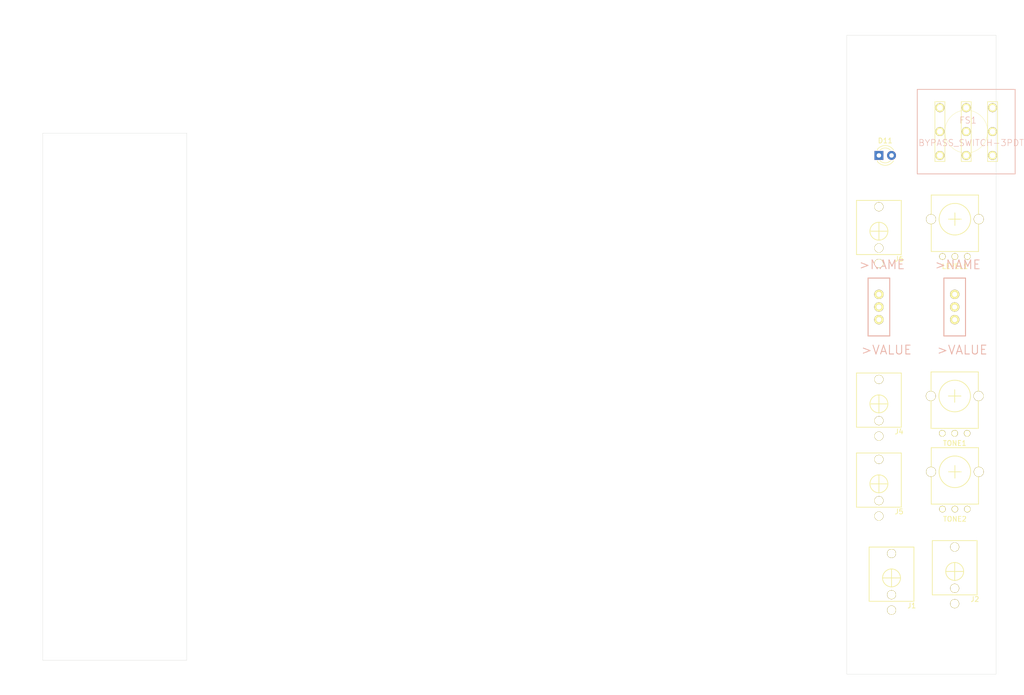
<source format=kicad_pcb>
(kicad_pcb (version 20221018) (generator pcbnew)
  (layers (0 "F.Cu" signal) (31 "B.Cu" signal) (35 "F.Paste" user) (36 "B.SilkS" user "B.Silkscreen") (37 "F.SilkS" user "F.Silkscreen") (38 "B.Mask" user) (39 "F.Mask" user) (44 "Edge.Cuts" user))
  (net 0 "")
  (net 1 "GND")
  (net 2 "Net-(D1-A)")
  (net 3 "Net-(C1-Pad1)")
  (net 5 "Net-(C7-Pad2)")
  (net 7 "Net-(J4-PadT)")
  (net 9 "VB")
  (net 10 "Net-(C6-Pad1)")
  (net 11 "Net-(LEVEL1-Pad3)")
  (net 12 "Net-(R13-Pad2)")
  (net 13 "Net-(U1B--)")
  (net 14 "Net-(C4-Pad2)")
  (net 15 "Net-(U1B-+)")
  (net 16 "Net-(D11-K)")
  (net 17 "Net-(D11-A)")
  (net 18 "FROM INPUT JACK")
  (net 19 "TO PCB IN")
  (net 20 "Net-(FS1A-S)")
  (net 21 "FROM PCB OUT")
  (net 22 "TO OUTPUT JACK")
  (footprint "eurocad:PJ301M-12_T_S" (layer "F.Cu") (at 218.44 114.3)
    (fp_text reference "J5" (at 4.064 5.588) (layer "F.SilkS"))
    (fp_text value "CV IN TONE2")
    (fp_line (start -4.5 -6.2) (end -4.5 4.7) (stroke (width 0.15)) (layer "F.SilkS"))
    (fp_line (start -4.5 -6.2) (end 4.5 -6.2) (stroke (width 0.15)) (layer "F.SilkS"))
    (fp_line (start -4.5 4.7) (end 4.5 4.7) (stroke (width 0.15)) (layer "F.SilkS"))
    (fp_line (start -1.8 0) (end 1.8 0) (stroke (width 0.15)) (layer "F.SilkS"))
    (fp_line (start 0 -1.8) (end 0 1.8) (stroke (width 0.15)) (layer "F.SilkS"))
    (fp_line (start 4.5 -6.2) (end 4.5 4.7) (stroke (width 0.15)) (layer "F.SilkS"))
    (fp_circle (center 0 0) (end 1.8 0) (stroke (width 0.15)) (fill none) (layer "F.SilkS"))
    (pad "S" thru_hole circle (at 0 6.48) (size 1.8 1.8) (drill 1.6) (layers "*.Cu" "*.Mask" "F.SilkS"))
    (pad "T" thru_hole circle (at 0 -4.92) (size 1.8 1.8) (drill 1.6) (layers "*.Cu" "*.Mask" "F.SilkS"))
    (pad "TN" thru_hole circle (at 0 3.38) (size 1.8 1.8) (drill 1.6) (layers "*.Cu" "*.Mask" "F.SilkS"))
  )
  (footprint "eurocad:Alpha9mmPot" (layer "F.Cu") (at 233.72 111.88)
    (fp_text reference "TONE2" (at 0 9.5) (layer "F.SilkS"))
    (fp_text value "20K")
    (fp_line (start -4.75 -4.85) (end -4.75 6.5) (stroke (width 0.15)) (layer "F.SilkS"))
    (fp_line (start -4.75 -4.85) (end 4.75 -4.85) (stroke (width 0.15)) (layer "F.SilkS"))
    (fp_line (start -4.75 6.5) (end 4.75 6.5) (stroke (width 0.15)) (layer "F.SilkS"))
    (fp_line (start -1.27 0) (end 1.27 0) (stroke (width 0.15)) (layer "F.SilkS"))
    (fp_line (start 0 -1.27) (end 0 1.27) (stroke (width 0.15)) (layer "F.SilkS"))
    (fp_line (start 4.75 -4.85) (end 4.75 6.5) (stroke (width 0.15)) (layer "F.SilkS"))
    (fp_circle (center 0 0) (end 3.175 0) (stroke (width 0.15)) (fill none) (layer "F.SilkS"))
    (pad "" thru_hole circle (at -4.8 0) (size 2 2) (drill 1.8) (layers "*.Cu" "*.Mask" "F.SilkS"))
    (pad "" thru_hole circle (at 4.8 0) (size 2 2) (drill 1.8) (layers "*.Cu" "*.Mask" "F.SilkS"))
    (pad "1" thru_hole circle (at -2.5 7.5) (size 1.3 1.3) (drill 1) (layers "*.Cu" "*.Mask" "F.SilkS") (net 13 "Net-(U1B--)"))
    (pad "2" thru_hole circle (at 0 7.5) (size 1.3 1.3) (drill 1) (layers "*.Cu" "*.Mask" "F.SilkS") (net 14 "Net-(C4-Pad2)"))
    (pad "3" thru_hole circle (at 2.5 7.5) (size 1.3 1.3) (drill 1) (layers "*.Cu" "*.Mask" "F.SilkS") (net 15 "Net-(U1B-+)"))
  )
  (footprint "SparkFun-Electromechanical:SWITCH-SPDT" (layer "F.Cu") (at 233.68 78.74)
    (fp_text reference ">NAME" (at 0.635 -8.509) (layer "B.SilkS") (effects (font (size 1.778 1.778) (thickness 0.1778))))
    (fp_text value ">VALUE" (at 1.524 8.636) (layer "B.SilkS") (effects (font (size 1.778 1.778) (thickness 0.1778))))
    (fp_line (start -2.17424 -5.81406) (end -2.17424 5.81406) (stroke (width 0.2032)) (layer "B.SilkS"))
    (fp_line (start -2.17424 5.81406) (end 2.17424 5.81406) (stroke (width 0.2032)) (layer "B.SilkS"))
    (fp_line (start 2.17424 -5.81406) (end -2.17424 -5.81406) (stroke (width 0.2032)) (layer "B.SilkS"))
    (fp_line (start 2.17424 5.81406) (end 2.17424 -5.81406) (stroke (width 0.2032)) (layer "B.SilkS"))
    (pad "1" thru_hole circle (at 0 -2.54) (size 1.8796 1.8796) (drill 1.016) (layers "*.Cu" "F.Paste" "F.SilkS" "F.Mask"))
    (pad "2" thru_hole circle (at 0 0) (size 1.8796 1.8796) (drill 1.016) (layers "*.Cu" "F.Paste" "F.SilkS" "F.Mask"))
    (pad "3" thru_hole circle (at 0 2.54) (size 1.8796 1.8796) (drill 1.016) (layers "*.Cu" "F.Paste" "F.SilkS" "F.Mask"))
  )
  (footprint "Library:Eurorack_Panel_ScrewHole_Oval" (layer "F.Cu") (at 216.840004 27.080534)
    (fp_text reference "REF**" hide)
    (fp_text value "Eurorack_Panel_ScrewHole_Oval" hide)
    (pad "" np_thru_hole oval locked (at 0 0) (size 5.2 3.2) (drill oval 5.2 3.2) (layers "F&B.Cu" "*.Mask"))
  )
  (footprint "eurocad:PJ301M-12_T_S" (layer "F.Cu") (at 218.44 98.22)
    (fp_text reference "J4" (at 4.064 5.588) (layer "F.SilkS"))
    (fp_text value "CV IN TONE1")
    (fp_line (start -4.5 -6.2) (end -4.5 4.7) (stroke (width 0.15)) (layer "F.SilkS"))
    (fp_line (start -4.5 -6.2) (end 4.5 -6.2) (stroke (width 0.15)) (layer "F.SilkS"))
    (fp_line (start -4.5 4.7) (end 4.5 4.7) (stroke (width 0.15)) (layer "F.SilkS"))
    (fp_line (start -1.8 0) (end 1.8 0) (stroke (width 0.15)) (layer "F.SilkS"))
    (fp_line (start 0 -1.8) (end 0 1.8) (stroke (width 0.15)) (layer "F.SilkS"))
    (fp_line (start 4.5 -6.2) (end 4.5 4.7) (stroke (width 0.15)) (layer "F.SilkS"))
    (fp_circle (center 0 0) (end 1.8 0) (stroke (width 0.15)) (fill none) (layer "F.SilkS"))
    (pad "S" thru_hole circle (at 0 6.48) (size 1.8 1.8) (drill 1.6) (layers "*.Cu" "*.Mask" "F.SilkS") (net 1 "GND"))
    (pad "T" thru_hole circle (at 0 -4.92) (size 1.8 1.8) (drill 1.6) (layers "*.Cu" "*.Mask" "F.SilkS") (net 7 "Net-(J4-PadT)"))
    (pad "TN" thru_hole circle (at 0 3.38) (size 1.8 1.8) (drill 1.6) (layers "*.Cu" "*.Mask" "F.SilkS"))
  )
  (footprint "eurocad:Alpha9mmPot" (layer "F.Cu") (at 233.72 61.08)
    (fp_text reference "LEVEL1" (at 0 9.5) (layer "F.SilkS"))
    (fp_text value "100K")
    (fp_line (start -4.75 -4.85) (end -4.75 6.5) (stroke (width 0.15)) (layer "F.SilkS"))
    (fp_line (start -4.75 -4.85) (end 4.75 -4.85) (stroke (width 0.15)) (layer "F.SilkS"))
    (fp_line (start -4.75 6.5) (end 4.75 6.5) (stroke (width 0.15)) (layer "F.SilkS"))
    (fp_line (start -1.27 0) (end 1.27 0) (stroke (width 0.15)) (layer "F.SilkS"))
    (fp_line (start 0 -1.27) (end 0 1.27) (stroke (width 0.15)) (layer "F.SilkS"))
    (fp_line (start 4.75 -4.85) (end 4.75 6.5) (stroke (width 0.15)) (layer "F.SilkS"))
    (fp_circle (center 0 0) (end 3.175 0) (stroke (width 0.15)) (fill none) (layer "F.SilkS"))
    (pad "" thru_hole circle (at -4.8 0) (size 2 2) (drill 1.8) (layers "*.Cu" "*.Mask" "F.SilkS"))
    (pad "" thru_hole circle (at 4.8 0) (size 2 2) (drill 1.8) (layers "*.Cu" "*.Mask" "F.SilkS"))
    (pad "1" thru_hole circle (at -2.5 7.5) (size 1.3 1.3) (drill 1) (layers "*.Cu" "*.Mask" "F.SilkS") (net 9 "VB"))
    (pad "2" thru_hole circle (at 0 7.5) (size 1.3 1.3) (drill 1) (layers "*.Cu" "*.Mask" "F.SilkS") (net 10 "Net-(C6-Pad1)"))
    (pad "3" thru_hole circle (at 2.5 7.5) (size 1.3 1.3) (drill 1) (layers "*.Cu" "*.Mask" "F.SilkS") (net 11 "Net-(LEVEL1-Pad3)"))
  )
  (footprint "LED_THT:LED_D3.0mm" (layer "F.Cu") (at 218.44 48.26)
    (fp_text reference "D11" (at 1.27 -2.96) (layer "F.SilkS"))
    (fp_text value "LED")
    (fp_line (start -0.29 -1.236) (end -0.29 -1.08) (stroke (width 0.12)) (layer "F.SilkS"))
    (fp_line (start -0.29 1.08) (end -0.29 1.236) (stroke (width 0.12)) (layer "F.SilkS"))
    (fp_arc (start -0.29 -1.235516) (mid 1.366487 -1.987659) (end 2.942335 -1.078608) (stroke (width 0.12)) (layer "F.SilkS"))
    (fp_arc (start 0.229039 -1.08) (mid 1.270117 -1.5) (end 2.31113 -1.079837) (stroke (width 0.12)) (layer "F.SilkS"))
    (fp_arc (start 2.31113 1.079837) (mid 1.270117 1.5) (end 0.229039 1.08) (stroke (width 0.12)) (layer "F.SilkS"))
    (fp_arc (start 2.942335 1.078608) (mid 1.366487 1.987659) (end -0.29 1.235516) (stroke (width 0.12)) (layer "F.SilkS"))
    (pad "1" thru_hole rect (at 0 0) (size 1.8 1.8) (drill 0.9) (layers "*.Cu" "*.Mask") (net 16 "Net-(D11-K)"))
    (pad "2" thru_hole circle (at 2.54 0) (size 1.8 1.8) (drill 0.9) (layers "*.Cu" "*.Mask") (net 17 "Net-(D11-A)"))
  )
  (footprint "Library:Eurorack_Panel_ScrewHole_Oval" (layer "F.Cu") (at 237.160004 149.584734)
    (fp_text reference "REF**" hide)
    (fp_text value "Eurorack_Panel_ScrewHole_Oval" hide)
    (pad "" np_thru_hole oval locked (at 0 0) (size 5.2 3.2) (drill oval 5.2 3.2) (layers "F&B.Cu" "*.Mask"))
  )
  (footprint "SparkFun-Electromechanical:SWITCH-SPDT" (layer "F.Cu") (at 218.44 78.74)
    (fp_text reference ">NAME" (at 0.635 -8.509) (layer "B.SilkS") (effects (font (size 1.778 1.778) (thickness 0.1778))))
    (fp_text value ">VALUE" (at 1.524 8.636) (layer "B.SilkS") (effects (font (size 1.778 1.778) (thickness 0.1778))))
    (fp_line (start -2.17424 -5.81406) (end -2.17424 5.81406) (stroke (width 0.2032)) (layer "B.SilkS"))
    (fp_line (start -2.17424 5.81406) (end 2.17424 5.81406) (stroke (width 0.2032)) (layer "B.SilkS"))
    (fp_line (start 2.17424 -5.81406) (end -2.17424 -5.81406) (stroke (width 0.2032)) (layer "B.SilkS"))
    (fp_line (start 2.17424 5.81406) (end 2.17424 -5.81406) (stroke (width 0.2032)) (layer "B.SilkS"))
    (pad "1" thru_hole circle (at 0 -2.54) (size 1.8796 1.8796) (drill 1.016) (layers "F&B.Cu" "F.Paste" "F.SilkS" "F.Mask"))
    (pad "2" thru_hole circle (at 0 0) (size 1.8796 1.8796) (drill 1.016) (layers "F&B.Cu" "F.Paste" "F.SilkS" "F.Mask"))
    (pad "3" thru_hole circle (at 0 2.54) (size 1.8796 1.8796) (drill 1.016) (layers "F&B.Cu" "F.Paste" "F.SilkS" "F.Mask"))
  )
  (footprint "eurocad:PJ301M-12_T_S" (layer "F.Cu") (at 233.68 131.92)
    (fp_text reference "J2" (at 4.064 5.588) (layer "F.SilkS"))
    (fp_text value "AUDIO OUT")
    (fp_line (start -4.5 -6.2) (end -4.5 4.7) (stroke (width 0.15)) (layer "F.SilkS"))
    (fp_line (start -4.5 -6.2) (end 4.5 -6.2) (stroke (width 0.15)) (layer "F.SilkS"))
    (fp_line (start -4.5 4.7) (end 4.5 4.7) (stroke (width 0.15)) (layer "F.SilkS"))
    (fp_line (start -1.8 0) (end 1.8 0) (stroke (width 0.15)) (layer "F.SilkS"))
    (fp_line (start 0 -1.8) (end 0 1.8) (stroke (width 0.15)) (layer "F.SilkS"))
    (fp_line (start 4.5 -6.2) (end 4.5 4.7) (stroke (width 0.15)) (layer "F.SilkS"))
    (fp_circle (center 0 0) (end 1.8 0) (stroke (width 0.15)) (fill none) (layer "F.SilkS"))
    (pad "S" thru_hole circle (at 0 6.48) (size 1.8 1.8) (drill 1.6) (layers "*.Cu" "*.Mask" "F.SilkS") (net 1 "GND"))
    (pad "T" thru_hole circle (at 0 -4.92) (size 1.8 1.8) (drill 1.6) (layers "*.Cu" "*.Mask" "F.SilkS") (net 5 "Net-(C7-Pad2)"))
    (pad "TN" thru_hole circle (at 0 3.38) (size 1.8 1.8) (drill 1.6) (layers "*.Cu" "*.Mask" "F.SilkS"))
  )
  (footprint "eurocad:Alpha9mmPot" (layer "F.Cu") (at 233.68 96.64)
    (fp_text reference "TONE1" (at 0 9.5) (layer "F.SilkS"))
    (fp_text value "20K")
    (fp_line (start -4.75 -4.85) (end -4.75 6.5) (stroke (width 0.15)) (layer "F.SilkS"))
    (fp_line (start -4.75 -4.85) (end 4.75 -4.85) (stroke (width 0.15)) (layer "F.SilkS"))
    (fp_line (start -4.75 6.5) (end 4.75 6.5) (stroke (width 0.15)) (layer "F.SilkS"))
    (fp_line (start -1.27 0) (end 1.27 0) (stroke (width 0.15)) (layer "F.SilkS"))
    (fp_line (start 0 -1.27) (end 0 1.27) (stroke (width 0.15)) (layer "F.SilkS"))
    (fp_line (start 4.75 -4.85) (end 4.75 6.5) (stroke (width 0.15)) (layer "F.SilkS"))
    (fp_circle (center 0 0) (end 3.175 0) (stroke (width 0.15)) (fill none) (layer "F.SilkS"))
    (pad "" thru_hole circle (at -4.8 0) (size 2 2) (drill 1.8) (layers "*.Cu" "*.Mask" "F.SilkS"))
    (pad "" thru_hole circle (at 4.8 0) (size 2 2) (drill 1.8) (layers "*.Cu" "*.Mask" "F.SilkS"))
    (pad "1" thru_hole circle (at -2.5 7.5) (size 1.3 1.3) (drill 1) (layers "*.Cu" "*.Mask" "F.SilkS") (net 2 "Net-(D1-A)"))
    (pad "2" thru_hole circle (at 0 7.5) (size 1.3 1.3) (drill 1) (layers "*.Cu" "*.Mask" "F.SilkS") (net 12 "Net-(R13-Pad2)"))
    (pad "3" thru_hole circle (at 2.5 7.5) (size 1.3 1.3) (drill 1) (layers "*.Cu" "*.Mask" "F.SilkS") (net 12 "Net-(R13-Pad2)"))
  )
  (footprint "eurocad:PJ301M-12_T_S" (layer "F.Cu") (at 220.98 133.22)
    (fp_text reference "J1" (at 4.064 5.588) (layer "F.SilkS"))
    (fp_text value "AUDIO IN")
    (fp_line (start -4.5 -6.2) (end -4.5 4.7) (stroke (width 0.15)) (layer "F.SilkS"))
    (fp_line (start -4.5 -6.2) (end 4.5 -6.2) (stroke (width 0.15)) (layer "F.SilkS"))
    (fp_line (start -4.5 4.7) (end 4.5 4.7) (stroke (width 0.15)) (layer "F.SilkS"))
    (fp_line (start -1.8 0) (end 1.8 0) (stroke (width 0.15)) (layer "F.SilkS"))
    (fp_line (start 0 -1.8) (end 0 1.8) (stroke (width 0.15)) (layer "F.SilkS"))
    (fp_line (start 4.5 -6.2) (end 4.5 4.7) (stroke (width 0.15)) (layer "F.SilkS"))
    (fp_circle (center 0 0) (end 1.8 0) (stroke (width 0.15)) (fill none) (layer "F.SilkS"))
    (pad "S" thru_hole circle (at 0 6.48) (size 1.8 1.8) (drill 1.6) (layers "*.Cu" "*.Mask" "F.SilkS") (net 1 "GND"))
    (pad "T" thru_hole circle (at 0 -4.92) (size 1.8 1.8) (drill 1.6) (layers "*.Cu" "*.Mask" "F.SilkS") (net 3 "Net-(C1-Pad1)"))
    (pad "TN" thru_hole circle (at 0 3.38) (size 1.8 1.8) (drill 1.6) (layers "*.Cu" "*.Mask" "F.SilkS"))
  )
  (footprint "SparkFun-Electromechanical:STOMP-SWITCH-3PDT" (layer "F.Cu") (at 236.00156 43.46194)
    (fp_text reference "FS1" (at 0.36322 -2.26822) (layer "B.SilkS") (effects (font (size 1.27 1.27) (thickness 0.1016))))
    (fp_text value "BYPASS_SWITCH-3PDT" (at 0.99822 2.26822) (layer "B.SilkS") (effects (font (size 1.27 1.27) (thickness 0.1016))))
    (fp_line (start -9.84758 -8.49884) (end -9.84758 8.49884) (stroke (width 0.127)) (layer "B.SilkS"))
    (fp_line (start -9.84758 -8.49884) (end 9.84758 -8.49884) (stroke (width 0.127)) (layer "B.SilkS"))
    (fp_line (start -9.84758 8.49884) (end -9.84758 -8.49884) (stroke (width 0.127)) (layer "B.SilkS"))
    (fp_line (start -9.84758 8.49884) (end 9.84758 8.49884) (stroke (width 0.127)) (layer "B.SilkS"))
    (fp_line (start 9.84758 -8.49884) (end -9.84758 -8.49884) (stroke (width 0.127)) (layer "B.SilkS"))
    (fp_line (start 9.84758 -8.49884) (end 9.84758 8.49884) (stroke (width 0.127)) (layer "B.SilkS"))
    (fp_line (start 9.84758 8.49884) (end -9.84758 8.49884) (stroke (width 0.127)) (layer "B.SilkS"))
    (fp_line (start 9.84758 8.49884) (end 9.84758 -8.49884) (stroke (width 0.127)) (layer "B.SilkS"))
    (fp_line (start -6.2992 -5.99948) (end -6.2992 5.99948) (stroke (width 0.127)) (layer "F.SilkS"))
    (fp_line (start -6.2992 5.99948) (end -4.29768 5.99948) (stroke (width 0.127)) (layer "F.SilkS"))
    (fp_line (start -4.29768 -5.99948) (end -6.2992 -5.99948) (stroke (width 0.127)) (layer "F.SilkS"))
    (fp_line (start -4.29768 5.99948) (end -4.29768 -5.99948) (stroke (width 0.127)) (layer "F.SilkS"))
    (fp_line (start -0.99822 -5.99948) (end 0.99822 -5.99948) (stroke (width 0.127)) (layer "F.SilkS"))
    (fp_line (start -0.99822 5.99948) (end -0.99822 -5.99948) (stroke (width 0.127)) (layer "F.SilkS"))
    (fp_line (start 0.99822 -5.99948) (end 0.99822 5.99948) (stroke (width 0.127)) (layer "F.SilkS"))
    (fp_line (start 0.99822 5.99948) (end -0.99822 5.99948) (stroke (width 0.127)) (layer "F.SilkS"))
    (fp_line (start 4.29768 -5.99948) (end 4.29768 5.99948) (stroke (width 0.127)) (layer "F.SilkS"))
    (fp_line (start 4.29768 5.99948) (end 6.2992 5.99948) (stroke (width 0.127)) (layer "F.SilkS"))
    (fp_line (start 6.2992 -5.99948) (end 4.29768 -5.99948) (stroke (width 0.127)) (layer "F.SilkS"))
    (fp_line (start 6.2992 5.99948) (end 6.2992 -5.99948) (stroke (width 0.127)) (layer "F.SilkS"))
    (fp_circle (center 0 0) (end -3.048 3.048) (stroke (width 0.0635)) (fill none) (layer "F.SilkS"))
    (pad "P$1" thru_hole circle (at -5.29844 -4.79806) (size 1.79832 1.79832) (drill 1.19888) (layers "*.Cu" "F.Paste" "F.SilkS" "F.Mask") (net 18 "FROM INPUT JACK"))
    (pad "P$2" thru_hole circle (at -5.29844 0) (size 1.79832 1.79832) (drill 1.19888) (layers "*.Cu" "F.Paste" "F.SilkS" "F.Mask") (net 19 "TO PCB IN"))
    (pad "P$3" thru_hole circle (at -5.29844 4.79806) (size 1.79832 1.79832) (drill 1.19888) (layers "*.Cu" "F.Paste" "F.SilkS" "F.Mask") (net 20 "Net-(FS1A-S)"))
    (pad "P$4" thru_hole circle (at 0 -4.79806) (size 1.79832 1.79832) (drill 1.19888) (layers "*.Cu" "F.Paste" "F.SilkS" "F.Mask") (net 20 "Net-(FS1A-S)"))
    (pad "P$5" thru_hole circle (at 0 0) (size 1.79832 1.79832) (drill 1.19888) (layers "*.Cu" "F.Paste" "F.SilkS" "F.Mask") (net 1 "GND"))
    (pad "P$6" thru_hole circle (at 0 4.79806) (size 1.79832 1.79832) (drill 1.19888) (layers "*.Cu" "F.Paste" "F.SilkS" "F.Mask") (net 16 "Net-(D11-K)"))
    (pad "P$7" thru_hole circle (at 5.29844 -4.79806) (size 1.79832 1.79832) (drill 1.19888) (layers "*.Cu" "F.Paste" "F.SilkS" "F.Mask") (net 21 "FROM PCB OUT"))
    (pad "P$8" thru_hole circle (at 5.29844 0) (size 1.79832 1.79832) (drill 1.19888) (layers "*.Cu" "F.Paste" "F.SilkS" "F.Mask") (net 22 "TO OUTPUT JACK"))
    (pad "P$9" thru_hole circle (at 5.29844 4.79806) (size 1.79832 1.79832) (drill 1.19888) (layers "*.Cu" "F.Paste" "F.SilkS" "F.Mask"))
  )
  (footprint "eurocad:PJ301M-12_T_S" (layer "F.Cu") (at 218.44 63.5)
    (fp_text reference "J6" (at 4.064 5.588) (layer "F.SilkS"))
    (fp_text value "CV IN LEVEL1")
    (fp_line (start -4.5 -6.2) (end -4.5 4.7) (stroke (width 0.15)) (layer "F.SilkS"))
    (fp_line (start -4.5 -6.2) (end 4.5 -6.2) (stroke (width 0.15)) (layer "F.SilkS"))
    (fp_line (start -4.5 4.7) (end 4.5 4.7) (stroke (width 0.15)) (layer "F.SilkS"))
    (fp_line (start -1.8 0) (end 1.8 0) (stroke (width 0.15)) (layer "F.SilkS"))
    (fp_line (start 0 -1.8) (end 0 1.8) (stroke (width 0.15)) (layer "F.SilkS"))
    (fp_line (start 4.5 -6.2) (end 4.5 4.7) (stroke (width 0.15)) (layer "F.SilkS"))
    (fp_circle (center 0 0) (end 1.8 0) (stroke (width 0.15)) (fill none) (layer "F.SilkS"))
    (pad "S" thru_hole circle (at 0 6.48) (size 1.8 1.8) (drill 1.6) (layers "*.Cu" "*.Mask" "F.SilkS"))
    (pad "T" thru_hole circle (at 0 -4.92) (size 1.8 1.8) (drill 1.6) (layers "*.Cu" "*.Mask" "F.SilkS"))
    (pad "TN" thru_hole circle (at 0 3.38) (size 1.8 1.8) (drill 1.6) (layers "*.Cu" "*.Mask" "F.SilkS"))
  )
  (gr_rect (start 50.27 43.774) (end 79.27 149.774) (stroke (width 0.05)) (fill none) (layer "Edge.Cuts"))
  (gr_rect locked (start 212.000004 24.083334) (end 242.000004 152.583334) (stroke (width 0.05)) (fill none) (layer "Edge.Cuts"))
)
</source>
